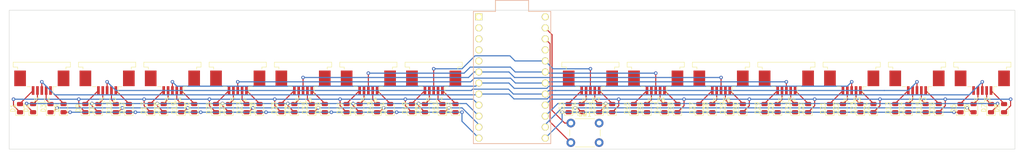
<source format=kicad_pcb>
(kicad_pcb (version 20221018) (generator pcbnew)
  (layers (0 "F.Cu" signal) (31 "B.Cu" signal) (34 "B.Paste" user) (35 "F.Paste" user) (36 "B.SilkS" user "B.Silkscreen") (37 "F.SilkS" user "F.Silkscreen") (38 "B.Mask" user) (39 "F.Mask" user) (44 "Edge.Cuts" user))
  (net 0 "")
  (net 1 "Net-(D1-A)")
  (net 2 "Net-(D2-A)")
  (net 3 "Net-(D3-A)")
  (net 4 "Net-(D4-A)")
  (net 5 "Net-(D5-A)")
  (net 6 "Net-(D6-A)")
  (net 7 "Net-(D7-A)")
  (net 8 "Net-(D8-A)")
  (net 9 "Net-(D9-A)")
  (net 10 "Net-(D10-A)")
  (net 11 "Net-(D11-A)")
  (net 12 "Net-(D12-A)")
  (net 13 "Net-(D13-A)")
  (net 14 "Net-(D14-A)")
  (net 15 "Net-(D15-A)")
  (net 16 "Net-(D16-A)")
  (net 17 "Net-(D17-A)")
  (net 18 "Net-(D18-A)")
  (net 19 "Net-(D19-A)")
  (net 20 "Net-(D20-A)")
  (net 21 "Net-(D21-A)")
  (net 22 "Net-(D22-A)")
  (net 23 "Net-(D23-A)")
  (net 24 "Net-(D24-A)")
  (net 25 "Net-(D25-A)")
  (net 26 "Net-(D26-A)")
  (net 27 "Net-(D27-A)")
  (net 28 "Net-(D28-A)")
  (net 29 "Net-(D29-A)")
  (net 30 "Net-(D30-A)")
  (net 31 "Net-(D31-A)")
  (net 32 "Net-(D32-A)")
  (net 33 "Net-(D33-A)")
  (net 34 "Net-(D34-A)")
  (net 35 "Net-(D35-A)")
  (net 36 "Net-(D36-A)")
  (net 37 "Net-(D37-A)")
  (net 38 "Net-(D38-A)")
  (net 39 "Net-(D39-A)")
  (net 40 "Net-(D40-A)")
  (net 41 "Net-(D41-A)")
  (net 42 "Net-(D42-A)")
  (net 43 "Net-(D43-A)")
  (net 44 "Net-(D44-A)")
  (net 45 "Net-(D45-A)")
  (net 46 "Net-(D46-A)")
  (net 47 "Net-(D47-A)")
  (net 48 "Net-(D48-A)")
  (net 49 "Net-(D49-A)")
  (net 50 "Net-(D50-A)")
  (net 51 "Net-(D51-A)")
  (net 52 "Net-(D52-A)")
  (net 53 "Net-(D53-A)")
  (net 54 "Net-(D54-A)")
  (net 55 "Net-(D55-A)")
  (net 56 "Net-(D56-A)")
  (net 57 "ROW_L1")
  (net 58 "COL_1")
  (net 59 "COL_2")
  (net 60 "COL_3")
  (net 61 "COL_4")
  (net 62 "COL_5")
  (net 63 "COL_6")
  (net 64 "COL_7")
  (net 79 "ROW_L2")
  (net 80 "ROW_L3")
  (net 81 "ROW_L4")
  (net 82 "ROW_R1")
  (net 83 "ROW_R2")
  (net 84 "ROW_R3")
  (net 85 "ROW_R4")
  (net 92 "Net-(SW1-Pad1)")
  (net 93 "Net-(U1-RST)")
  (footprint "Connector_FFC-FPC:TE_84952-5_1x05-1MP_P1.0mm_Horizontal" (layer "F.Cu") (at 47 42.2 180)
    (fp_text reference "JC_L1")
    (fp_text value "Conn_01x05_MountingPin")
  )
  (footprint "Diode_SMD:D_0805_2012Metric" (layer "F.Cu") (at 190 48.0625 90)
    (fp_text reference "D47")
    (fp_text value "1N4148W")
  )
  (footprint "Diode_SMD:D_0805_2012Metric" (layer "F.Cu") (at 49 48.0625 90)
    (fp_text reference "D3")
    (fp_text value "1N4148W")
  )
  (footprint "Diode_SMD:D_0805_2012Metric" (layer "F.Cu") (at 246 48.0625 90)
    (fp_text reference "D14")
    (fp_text value "1N4148W")
  )
  (footprint "Diode_SMD:D_0805_2012Metric" (layer "F.Cu") (at 112 48.0625 90)
    (fp_text reference "D36")
    (fp_text value "1N4148W")
  )
  (footprint "Diode_SMD:D_0805_2012Metric" (layer "F.Cu") (at 208 48.0625 90)
    (fp_text reference "D40")
    (fp_text value "1N4148W")
  )
  (footprint "Diode_SMD:D_0805_2012Metric" (layer "F.Cu") (at 216 48.0625 90)
    (fp_text reference "D30")
    (fp_text value "1N4148W")
  )
  (footprint "Diode_SMD:D_0805_2012Metric" (layer "F.Cu") (at 205 48.0625 90)
    (fp_text reference "D39")
    (fp_text value "1N4148W")
  )
  (footprint "Diode_SMD:D_0805_2012Metric" (layer "F.Cu") (at 127 48.0625 90)
    (fp_text reference "D44")
    (fp_text value "1N4148W")
  )
  (footprint "Connector_FFC-FPC:TE_84952-5_1x05-1MP_P1.0mm_Horizontal" (layer "F.Cu") (at 92 42.2 180)
    (fp_text reference "JC_L4")
    (fp_text value "Conn_01x05_MountingPin")
  )
  (footprint "Diode_SMD:D_0805_2012Metric" (layer "F.Cu") (at 268 48.0625 90)
    (fp_text reference "D8")
    (fp_text value "1N4148W")
  )
  (footprint "Diode_SMD:D_0805_2012Metric" (layer "F.Cu") (at 82 48.0625 90)
    (fp_text reference "D20")
    (fp_text value "1N4148W")
  )
  (footprint "Connector_FFC-FPC:TE_84952-5_1x05-1MP_P1.0mm_Horizontal" (layer "F.Cu") (at 107 42.2 180)
    (fp_text reference "JC_L5")
    (fp_text value "Conn_01x05_MountingPin")
  )
  (footprint "Diode_SMD:D_0805_2012Metric" (layer "F.Cu") (at 183 48.0625 90)
    (fp_text reference "D45")
    (fp_text value "1N4148W")
  )
  (footprint "Diode_SMD:D_0805_2012Metric" (layer "F.Cu") (at 258 48.0625 90)
    (fp_text reference "D5")
    (fp_text value "1N4148W")
  )
  (footprint "Diode_SMD:D_0805_2012Metric" (layer "F.Cu") (at 139 48.0625 90)
    (fp_text reference "D51")
    (fp_text value "1N4148W")
  )
  (footprint "Diode_SMD:D_0805_2012Metric" (layer "F.Cu") (at 171 48.0625 90)
    (fp_text reference "D54")
    (fp_text value "1N4148W")
  )
  (footprint "Diode_SMD:D_0805_2012Metric" (layer "F.Cu") (at 87 48.0625 90)
    (fp_text reference "D25")
    (fp_text value "1N4148W")
  )
  (footprint "Diode_SMD:D_0805_2012Metric" (layer "F.Cu") (at 60 48.0625 90)
    (fp_text reference "D10")
    (fp_text value "1N4148W")
  )
  (footprint "Diode_SMD:D_0805_2012Metric" (layer "F.Cu") (at 223 48.0625 90)
    (fp_text reference "D32")
    (fp_text value "1N4148W")
  )
  (footprint "promicro:ProMicro" (layer "F.Cu") (at 155 41 -90)
    (fp_text reference "U1" hide)
    (fp_text value "ProMicro")
  )
  (footprint "Diode_SMD:D_0805_2012Metric" (layer "F.Cu") (at 124 48.0625 90)
    (fp_text reference "D43")
    (fp_text value "1N4148W")
  )
  (footprint "Diode_SMD:D_0805_2012Metric" (layer "F.Cu") (at 90 48.0625 90)
    (fp_text reference "D26")
    (fp_text value "1N4148W")
  )
  (footprint "Diode_SMD:D_0805_2012Metric" (layer "F.Cu") (at 198 48.0625 90)
    (fp_text reference "D37")
    (fp_text value "1N4148W")
  )
  (footprint "Diode_SMD:D_0805_2012Metric" (layer "F.Cu") (at 231 48.0625 90)
    (fp_text reference "D22")
    (fp_text value "1N4148W")
  )
  (footprint "Connector_FFC-FPC:TE_84952-5_1x05-1MP_P1.0mm_Horizontal" (layer "F.Cu") (at 203 42.2 180)
    (fp_text reference "JC_R5")
    (fp_text value "Conn_01x05_MountingPin")
  )
  (footprint "Diode_SMD:D_0805_2012Metric" (layer "F.Cu") (at 201 48.0625 90)
    (fp_text reference "D38")
    (fp_text value "1N4148W")
  )
  (footprint "Diode_SMD:D_0805_2012Metric" (layer "F.Cu") (at 253 48.0625 90)
    (fp_text reference "D16")
    (fp_text value "1N4148W")
  )
  (footprint "Connector_FFC-FPC:TE_84952-5_1x05-1MP_P1.0mm_Horizontal" (layer "F.Cu") (at 248 42.2 180)
    (fp_text reference "JC_R2")
    (fp_text value "Conn_01x05_MountingPin")
  )
  (footprint "Diode_SMD:D_0805_2012Metric" (layer "F.Cu") (at 105 48.0625 90)
    (fp_text reference "D34")
    (fp_text value "1N4148W")
  )
  (footprint "Diode_SMD:D_0805_2012Metric" (layer "F.Cu") (at 168 48.0625 90)
    (fp_text reference "D53")
    (fp_text value "1N4148W")
  )
  (footprint "Connector_FFC-FPC:TE_84952-5_1x05-1MP_P1.0mm_Horizontal" (layer "F.Cu") (at 218 42.2 180)
    (fp_text reference "JC_R4")
    (fp_text value "Conn_01x05_MountingPin")
  )
  (footprint "Diode_SMD:D_0805_2012Metric" (layer "F.Cu") (at 52 48.0625 90)
    (fp_text reference "D4")
    (fp_text value "1N4148W")
  )
  (footprint "Diode_SMD:D_0805_2012Metric" (layer "F.Cu") (at 228 48.0625 90)
    (fp_text reference "D21")
    (fp_text value "1N4148W")
  )
  (footprint "Diode_SMD:D_0805_2012Metric" (layer "F.Cu") (at 175 48.0625 90)
    (fp_text reference "D55")
    (fp_text value "1N4148W")
  )
  (footprint "Diode_SMD:D_0805_2012Metric" (layer "F.Cu") (at 250 48.0625 90)
    (fp_text reference "D15")
    (fp_text value "1N4148W")
  )
  (footprint "Diode_SMD:D_0805_2012Metric" (layer "F.Cu") (at 79 48.0625 90)
    (fp_text reference "D19")
    (fp_text value "1N4148W")
  )
  (footprint "Diode_SMD:D_0805_2012Metric" (layer "F.Cu") (at 42 48.0625 90)
    (fp_text reference "D1")
    (fp_text value "1N4148W")
  )
  (footprint "Diode_SMD:D_0805_2012Metric" (layer "F.Cu") (at 265 48.0625 90)
    (fp_text reference "D7")
    (fp_text value "1N4148W")
  )
  (footprint "Diode_SMD:D_0805_2012Metric" (layer "F.Cu") (at 135 48.0625 90)
    (fp_text reference "D50")
    (fp_text value "1N4148W")
  )
  (footprint "Connector_FFC-FPC:TE_84952-5_1x05-1MP_P1.0mm_Horizontal" (layer "F.Cu") (at 233 42.2 180)
    (fp_text reference "JC_R3")
    (fp_text value "Conn_01x05_MountingPin")
  )
  (footprint "Diode_SMD:D_0805_2012Metric" (layer "F.Cu") (at 72 48.0625 90)
    (fp_text reference "D17")
    (fp_text value "1N4148W")
  )
  (footprint "Connector_FFC-FPC:TE_84952-5_1x05-1MP_P1.0mm_Horizontal" (layer "F.Cu") (at 137 42.2 180)
    (fp_text reference "JC_L7")
    (fp_text value "Conn_01x05_MountingPin")
  )
  (footprint "Diode_SMD:D_0805_2012Metric" (layer "F.Cu") (at 132 48.0625 90)
    (fp_text reference "D49")
    (fp_text value "1N4148W")
  )
  (footprint "Button_Switch_THT:SW_PUSH_6mm" (layer "F.Cu") (at 168.5 51.5)
    (fp_text reference "SW1")
    (fp_text value "SW_Push")
  )
  (footprint "Diode_SMD:D_0805_2012Metric" (layer "F.Cu") (at 213 48.0625 90)
    (fp_text reference "D29")
    (fp_text value "1N4148W")
  )
  (footprint "Diode_SMD:D_0805_2012Metric" (layer "F.Cu") (at 142 48.0625 90)
    (fp_text reference "D52")
    (fp_text value "1N4148W")
  )
  (footprint "Diode_SMD:D_0805_2012Metric" (layer "F.Cu") (at 120 48.0625 90)
    (fp_text reference "D42")
    (fp_text value "1N4148W")
  )
  (footprint "Diode_SMD:D_0805_2012Metric" (layer "F.Cu") (at 67 48.0625 90)
    (fp_text reference "D12")
    (fp_text value "1N4148W")
  )
  (footprint "Diode_SMD:D_0805_2012Metric" (layer "F.Cu") (at 97 48.0625 90)
    (fp_text reference "D28")
    (fp_text value "1N4148W")
  )
  (footprint "Connector_FFC-FPC:TE_84952-5_1x05-1MP_P1.0mm_Horizontal" (layer "F.Cu") (at 188 42.2 180)
    (fp_text reference "JC_R6")
    (fp_text value "Conn_01x05_MountingPin")
  )
  (footprint "Diode_SMD:D_0805_2012Metric" (layer "F.Cu") (at 235 48.0625 90)
    (fp_text reference "D23")
    (fp_text value "1N4148W")
  )
  (footprint "Diode_SMD:D_0805_2012Metric" (layer "F.Cu") (at 186 48.0625 90)
    (fp_text reference "D46")
    (fp_text value "1N4148W")
  )
  (footprint "Diode_SMD:D_0805_2012Metric" (layer "F.Cu") (at 261 48.0625 90)
    (fp_text reference "D6")
    (fp_text value "1N4148W")
  )
  (footprint "Diode_SMD:D_0805_2012Metric" (layer "F.Cu") (at 178 48.0625 90)
    (fp_text reference "D56")
    (fp_text value "1N4148W")
  )
  (footprint "Diode_SMD:D_0805_2012Metric" (layer "F.Cu") (at 238 48.0625 90)
    (fp_text reference "D24")
    (fp_text value "1N4148W")
  )
  (footprint "Connector_FFC-FPC:TE_84952-5_1x05-1MP_P1.0mm_Horizontal" (layer "F.Cu") (at 122 42.2 180)
    (fp_text reference "JC_L6")
    (fp_text value "Conn_01x05_MountingPin")
  )
  (footprint "Diode_SMD:D_0805_2012Metric" (layer "F.Cu") (at 45 48.0625 90)
    (fp_text reference "D2")
    (fp_text value "1N4148W")
  )
  (footprint "Diode_SMD:D_0805_2012Metric" (layer "F.Cu") (at 193 48.0625 90)
    (fp_text reference "D48")
    (fp_text value "1N4148W")
  )
  (footprint "Connector_FFC-FPC:TE_84952-5_1x05-1MP_P1.0mm_Horizontal" (layer "F.Cu") (at 62 42.2 180)
    (fp_text reference "JC_L2")
    (fp_text value "Conn_01x05_MountingPin")
  )
  (footprint "Connector_FFC-FPC:TE_84952-5_1x05-1MP_P1.0mm_Horizontal" (layer "F.Cu") (at 173 42.2 180)
    (fp_text reference "JC_R7")
    (fp_text value "Conn_01x05_MountingPin")
  )
  (footprint "Connector_FFC-FPC:TE_84952-5_1x05-1MP_P1.0mm_Horizontal" (layer "F.Cu") (at 263 42.2 180)
    (fp_text reference "JC_R1")
    (fp_text value "Conn_01x05_MountingPin")
  )
  (footprint "Connector_FFC-FPC:TE_84952-5_1x05-1MP_P1.0mm_Horizontal" (layer "F.Cu") (at 77 42.2 180)
    (fp_text reference "JC_L3")
    (fp_text value "Conn_01x05_MountingPin")
  )
  (footprint "Diode_SMD:D_0805_2012Metric" (layer "F.Cu") (at 243 48.0625 90)
    (fp_text reference "D13")
    (fp_text value "1N4148W")
  )
  (footprint "Diode_SMD:D_0805_2012Metric" (layer "F.Cu") (at 57 48.0625 90)
    (fp_text reference "D9")
    (fp_text value "1N4148W")
  )
  (footprint "Diode_SMD:D_0805_2012Metric" (layer "F.Cu") (at 64 48.0625 90)
    (fp_text reference "D11")
    (fp_text value "1N4148W")
  )
  (footprint "Diode_SMD:D_0805_2012Metric" (layer "F.Cu") (at 94 48.0625 90)
    (fp_text reference "D27")
    (fp_text value "1N4148W")
  )
  (footprint "Diode_SMD:D_0805_2012Metric" (layer "F.Cu") (at 75 48.0625 90)
    (fp_text reference "D18")
    (fp_text value "1N4148W")
  )
  (footprint "Diode_SMD:D_0805_2012Metric" (layer "F.Cu") (at 109 48.0625 90)
    (fp_text reference "D35")
    (fp_text value "1N4148W")
  )
  (footprint "Diode_SMD:D_0805_2012Metric" (layer "F.Cu") (at 117 48.0625 90)
    (fp_text reference "D41")
    (fp_text value "1N4148W")
  )
  (footprint "Diode_SMD:D_0805_2012Metric" (layer "F.Cu") (at 220 48.0625 90)
    (fp_text reference "D31")
    (fp_text value "1N4148W")
  )
  (footprint "Diode_SMD:D_0805_2012Metric" (layer "F.Cu") (at 102 48.0625 90)
    (fp_text reference "D33")
    (fp_text value "1N4148W")
  )
  (gr_rect (start 39.5 25.5) (end 270.5 57.5) (stroke (width 0.1)) (fill none) (layer "Edge.Cuts"))
  (segment (start 42 47) (end 42 47.125) (width 0.25) (layer "F.Cu") (net 1))
  (segment (start 45 44) (end 42 47) (width 0.25) (layer "F.Cu") (net 1))
  (segment (start 45 47.125) (end 46 46.125) (width 0.25) (layer "F.Cu") (net 2))
  (segment (start 46 46.125) (end 46 44) (width 0.25) (layer "F.Cu") (net 2))
  (segment (start 49 47.125) (end 48 46.125) (width 0.25) (layer "F.Cu") (net 3))
  (segment (start 48 46.125) (end 48 44) (width 0.25) (layer "F.Cu") (net 3))
  (segment (start 52 47) (end 52 47.125) (width 0.25) (layer "F.Cu") (net 4))
  (segment (start 49 44) (end 52 47) (width 0.25) (layer "F.Cu") (net 4))
  (segment (start 261 44) (end 258 47) (width 0.25) (layer "F.Cu") (net 5))
  (segment (start 258 47) (end 258 47.125) (width 0.25) (layer "F.Cu") (net 5))
  (segment (start 262 44) (end 262 46.125) (width 0.25) (layer "F.Cu") (net 6))
  (segment (start 262 46.125) (end 261 47.125) (width 0.25) (layer "F.Cu") (net 6))
  (segment (start 264 44) (end 264 46.125) (width 0.25) (layer "F.Cu") (net 7))
  (segment (start 264 46.125) (end 265 47.125) (width 0.25) (layer "F.Cu") (net 7))
  (segment (start 265 44) (end 268 47) (width 0.25) (layer "F.Cu") (net 8))
  (segment (start 268 47) (end 268 47.125) (width 0.25) (layer "F.Cu") (net 8))
  (segment (start 60 44) (end 57 47) (width 0.25) (layer "F.Cu") (net 9))
  (segment (start 57 47) (end 57 47.125) (width 0.25) (layer "F.Cu") (net 9))
  (segment (start 60 47.125) (end 61 46.125) (width 0.25) (layer "F.Cu") (net 10))
  (segment (start 61 46.125) (end 61 44) (width 0.25) (layer "F.Cu") (net 10))
  (segment (start 63 46.125) (end 63 44) (width 0.25) (layer "F.Cu") (net 11))
  (segment (start 64 47.125) (end 63 46.125) (width 0.25) (layer "F.Cu") (net 11))
  (segment (start 67 47) (end 67 47.125) (width 0.25) (layer "F.Cu") (net 12))
  (segment (start 64 44) (end 67 47) (width 0.25) (layer "F.Cu") (net 12))
  (segment (start 243 47) (end 243 47.125) (width 0.25) (layer "F.Cu") (net 13))
  (segment (start 246 44) (end 243 47) (width 0.25) (layer "F.Cu") (net 13))
  (segment (start 247 44) (end 247 46.125) (width 0.25) (layer "F.Cu") (net 14))
  (segment (start 247 46.125) (end 246 47.125) (width 0.25) (layer "F.Cu") (net 14))
  (segment (start 249 44) (end 249 46.125) (width 0.25) (layer "F.Cu") (net 15))
  (segment (start 249 46.125) (end 250 47.125) (width 0.25) (layer "F.Cu") (net 15))
  (segment (start 250 44) (end 253 47) (width 0.25) (layer "F.Cu") (net 16))
  (segment (start 253 47) (end 253 47.125) (width 0.25) (layer "F.Cu") (net 16))
  (segment (start 72 47) (end 72 47.125) (width 0.25) (layer "F.Cu") (net 17))
  (segment (start 75 44) (end 72 47) (width 0.25) (layer "F.Cu") (net 17))
  (segment (start 75 47.125) (end 75 47) (width 0.25) (layer "F.Cu") (net 18))
  (segment (start 76 46) (end 76 44) (width 0.25) (layer "F.Cu") (net 18))
  (segment (start 75 47) (end 76 46) (width 0.25) (layer "F.Cu") (net 18))
  (segment (start 78 46) (end 78 44) (width 0.25) (layer "F.Cu") (net 19))
  (segment (start 79 47.125) (end 79 47) (width 0.25) (layer "F.Cu") (net 19))
  (segment (start 79 47) (end 78 46) (width 0.25) (layer "F.Cu") (net 19))
  (segment (start 82 47) (end 82 47.125) (width 0.25) (layer "F.Cu") (net 20))
  (segment (start 79 44) (end 82 47) (width 0.25) (layer "F.Cu") (net 20))
  (segment (start 231 44) (end 228 47) (width 0.25) (layer "F.Cu") (net 21))
  (segment (start 228 47) (end 228 47.125) (width 0.25) (layer "F.Cu") (net 21))
  (segment (start 232 44) (end 232 46.125) (width 0.25) (layer "F.Cu") (net 22))
  (segment (start 232 46.125) (end 231 47.125) (width 0.25) (layer "F.Cu") (net 22))
  (segment (start 234 46.125) (end 235 47.125) (width 0.25) (layer "F.Cu") (net 23))
  (segment (start 234 44) (end 234 46.125) (width 0.25) (layer "F.Cu") (net 23))
  (segment (start 238 47) (end 238 47.125) (width 0.25) (layer "F.Cu") (net 24))
  (segment (start 235 44) (end 238 47) (width 0.25) (layer "F.Cu") (net 24))
  (segment (start 87 47) (end 87 47.125) (width 0.25) (layer "F.Cu") (net 25))
  (segment (start 90 44) (end 87 47) (width 0.25) (layer "F.Cu") (net 25))
  (segment (start 91 46.125) (end 90 47.125) (width 0.25) (layer "F.Cu") (net 26))
  (segment (start 91 44) (end 91 46.125) (width 0.25) (layer "F.Cu") (net 26))
  (segment (start 93 46.125) (end 94 47.125) (width 0.25) (layer "F.Cu") (net 27))
  (segment (start 93 44) (end 93 46.125) (width 0.25) (layer "F.Cu") (net 27))
  (segment (start 97 47) (end 97 47.125) (width 0.25) (layer "F.Cu") (net 28))
  (segment (start 94 44) (end 97 47) (width 0.25) (layer "F.Cu") (net 28))
  (segment (start 216 44) (end 213 47) (width 0.25) (layer "F.Cu") (net 29))
  (segment (start 213 47) (end 213 47.125) (width 0.25) (layer "F.Cu") (net 29))
  (segment (start 217 46.125) (end 216 47.125) (width 0.25) (layer "F.Cu") (net 30))
  (segment (start 217 44) (end 217 46.125) (width 0.25) (layer "F.Cu") (net 30))
  (segment (start 219 46.125) (end 220 47.125) (width 0.25) (layer "F.Cu") (net 31))
  (segment (start 219 44) (end 219 46.125) (width 0.25) (layer "F.Cu") (net 31))
  (segment (start 220 44) (end 223 47) (width 0.25) (layer "F.Cu") (net 32))
  (segment (start 223 47) (end 223 47.125) (width 0.25) (layer "F.Cu") (net 32))
  (segment (start 102 47) (end 102 47.125) (width 0.25) (layer "F.Cu") (net 33))
  (segment (start 105 44) (end 102 47) (width 0.25) (layer "F.Cu") (net 33))
  (segment (start 106 46.125) (end 105 47.125) (width 0.25) (layer "F.Cu") (net 34))
  (segment (start 106 44) (end 106 46.125) (width 0.25) (layer "F.Cu") (net 34))
  (segment (start 108 46.125) (end 109 47.125) (width 0.25) (layer "F.Cu") (net 35))
  (segment (start 108 44) (end 108 46.125) (width 0.25) (layer "F.Cu") (net 35))
  (segment (start 112 47) (end 112 47.125) (width 0.25) (layer "F.Cu") (net 36))
  (segment (start 109 44) (end 112 47) (width 0.25) (layer "F.Cu") (net 36))
  (segment (start 198 47) (end 198 47.125) (width 0.25) (layer "F.Cu") (net 37))
  (segment (start 201 44) (end 198 47) (width 0.25) (layer "F.Cu") (net 37))
  (segment (start 202 46.125) (end 201 47.125) (width 0.25) (layer "F.Cu") (net 38))
  (segment (start 202 44) (end 202 46.125) (width 0.25) (layer "F.Cu") (net 38))
  (segment (start 204 44) (end 204 46.125) (width 0.25) (layer "F.Cu") (net 39))
  (segment (start 204 46.125) (end 205 47.125) (width 0.25) (layer "F.Cu") (net 39))
  (segment (start 208 47) (end 208 47.125) (width 0.25) (layer "F.Cu") (net 40))
  (segment (start 205 44) (end 208 47) (width 0.25) (layer "F.Cu") (net 40))
  (segment (start 116.9 47.1) (end 116.9 47.125) (width 0.25) (layer "F.Cu") (net 41))
  (segment (start 117 47) (end 117 47.125) (width 0.25) (layer "F.Cu") (net 41))
  (segment (start 120 44) (end 117 47) (width 0.25) (layer "F.Cu") (net 41))
  (segment (start 121 46.125) (end 120 47.125) (width 0.25) (layer "F.Cu") (net 42))
  (segment (start 121 44) (end 121 46.125) (width 0.25) (layer "F.Cu") (net 42))
  (segment (start 123 46.125) (end 124 47.125) (width 0.25) (layer "F.Cu") (net 43))
  (segment (start 123 44) (end 123 46.125) (width 0.25) (layer "F.Cu") (net 43))
  (segment (start 127 47) (end 127 47.125) (width 0.25) (layer "F.Cu") (net 44))
  (segment (start 124 44) (end 127 47) (width 0.25) (layer "F.Cu") (net 44))
  (segment (start 186 44) (end 183 47) (width 0.25) (layer "F.Cu") (net 45))
  (segment (start 183 47) (end 183 47.125) (width 0.25) (layer "F.Cu") (net 45))
  (segment (start 187 46.125) (end 186 47.125) (width 0.25) (layer "F.Cu") (net 46))
  (segment (start 187 44) (end 187 46.125) (width 0.25) (layer "F.Cu") (net 46))
  (segment (start 189 44) (end 189 46.125) (width 0.25) (layer "F.Cu") (net 47))
  (segment (start 189 46.125) (end 190 47.125) (width 0.25) (layer "F.Cu") (net 47))
  (segment (start 190 44) (end 193 47) (width 0.25) (layer "F.Cu") (net 48))
  (segment (start 193 47) (end 193 47.125) (width 0.25) (layer "F.Cu") (net 48))
  (segment (start 135 44) (end 132 47) (width 0.25) (layer "F.Cu") (net 49))
  (segment (start 132 47) (end 132 47.125) (width 0.25) (layer "F.Cu") (net 49))
  (segment (start 136 44) (end 136 46.125) (width 0.25) (layer "F.Cu") (net 50))
  (segment (start 136 46.125) (end 135 47.125) (width 0.25) (layer "F.Cu") (net 50))
  (segment (start 138 46.125) (end 139 47.125) (width 0.25) (layer "F.Cu") (net 51))
  (segment (start 138 44) (end 138 46.125) (width 0.25) (layer "F.Cu") (net 51))
  (segment (start 139 44) (end 142 47) (width 0.25) (layer "F.Cu") (net 52))
  (segment (start 142 47) (end 142 47.125) (width 0.25) (layer "F.Cu") (net 52))
  (segment (start 171 44) (end 168 47) (width 0.25) (layer "F.Cu") (net 53))
  (segment (start 168 47) (end 168 47.125) (width 0.25) (layer "F.Cu") (net 53))
  (segment (start 172 44) (end 172 46.125) (width 0.25) (layer "F.Cu") (net 54))
  (segment (start 172 46.125) (end 171 47.125) (width 0.25) (layer "F.Cu") (net 54))
  (segment (start 174 46.125) (end 175 47.125) (width 0.25) (layer "F.Cu") (net 55))
  (segment (start 174 44) (end 174 46.125) (width 0.25) (layer "F.Cu") (net 55))
  (segment (start 175 44) (end 178 47) (width 0.25) (layer "F.Cu") (net 56))
  (segment (start 178 47) (end 178 47.125) (width 0.25) (layer "F.Cu") (net 56))
  (segment (start 87 49) (end 85.5 47.5) (width 0.25) (layer "F.Cu") (net 57))
  (segment (start 85.5 47.5) (end 85.5 46) (width 0.25) (layer "F.Cu") (net 57))
  (segment (start 72 49) (end 70.5 47.5) (width 0.25) (layer "F.Cu") (net 57))
  (segment (start 132 49) (end 130.5 47.5) (width 0.25) (layer "F.Cu") (net 57))
  (segment (start 117 49) (end 115.5 47.5) (width 0.25) (layer "F.Cu") (net 57))
  (segment (start 55.5 47.5) (end 55.5 46) (width 0.25) (layer "F.Cu") (net 57))
  (segment (start 42 49) (end 40.5 47.5) (width 0.25) (layer "F.Cu") (net 57))
  (segment (start 130.5 47.5) (end 130.5 46) (width 0.25) (layer "F.Cu") (net 57))
  (segment (start 70.5 47.5) (end 70.5 46) (width 0.25) (layer "F.Cu") (net 57))
  (segment (start 102 49) (end 100.5 47.5) (width 0.25) (layer "F.Cu") (net 57))
  (segment (start 115.5 47.5) (end 115.5 46) (width 0.25) (layer "F.Cu") (net 57))
  (segment (start 40.5 47.5) (end 40.5 46) (width 0.25) (layer "F.Cu") (net 57))
  (segment (start 57 49) (end 55.5 47.5) (width 0.25) (layer "F.Cu") (net 57))
  (segment (start 100.5 47.5) (end 100.5 46) (width 0.25) (layer "F.Cu") (net 57))
  (via (at 115.5 46) (size 0.8) (drill 0.4) (layers "F.Cu" "B.Cu") (net 57))
  (via (at 40.5 46) (size 0.8) (drill 0.4) (layers "F.Cu" "B.Cu") (net 57))
  (via (at 85.5 46) (size 0.8) (drill 0.4) (layers "F.Cu" "B.Cu") (net 57))
  (via (at 130.5 46) (size 0.8) (drill 0.4) (layers "F.Cu" "B.Cu") (net 57))
  (via (at 100.5 46) (size 0.8) (drill 0.4) (layers "F.Cu" "B.Cu") (net 57))
  (via (at 70.5 46) (size 0.8) (drill 0.4) (layers "F.Cu" "B.Cu") (net 57))
  (via (at 55.5 46) (size 0.8) (drill 0.4) (layers "F.Cu" "B.Cu") (net 57))
  (segment (start 70.5 46) (end 85.5 46) (width 0.25) (layer "B.Cu") (net 57))
  (segment (start 100.5 46) (end 115.5 46) (width 0.25) (layer "B.Cu") (net 57))
  (segment (start 115.5 46) (end 130.5 46) (width 0.25) (layer "B.Cu") (net 57))
  (segment (start 40.5 46) (end 55.5 46) (width 0.25) (layer "B.Cu") (net 57))
  (segment (start 55.5 46) (end 70.5 46) (width 0.25) (layer "B.Cu") (net 57))
  (segment (start 85.5 46) (end 100.5 46) (width 0.25) (layer "B.Cu") (net 57))
  (segment (start 146.03 46) (end 147.38 47.35) (width 0.25) (layer "B.Cu") (net 57))
  (segment (start 130.5 46) (end 146.03 46) (width 0.25) (layer "B.Cu") (net 57))
  (segment (start 263 44) (end 263 42) (width 0.25) (layer "F.Cu") (net 58))
  (segment (start 47 44) (end 47 42) (width 0.25) (layer "F.Cu") (net 58))
  (via (at 263 42) (size 0.8) (drill 0.4) (layers "F.Cu" "B.Cu") (net 58))
  (via (at 47 42) (size 0.8) (drill 0.4) (layers "F.Cu" "B.Cu") (net 58))
  (segment (start 263 42) (end 260 45) (width 0.25) (layer "B.Cu") (net 58))
  (segment (start 47 42) (end 50 45) (width 0.25) (layer "B.Cu") (net 58))
  (segment (start 260 45) (end 164.020991 45) (width 0.25) (layer "B.Cu") (net 58))
  (segment (start 164.020991 45) (end 163.085991 45.935) (width 0.25) (layer "B.Cu") (net 58))
  (segment (start 50 45) (end 147.19 45) (width 0.25) (layer "B.Cu") (net 58))
  (segment (start 154.31 44.81) (end 147.38 44.81) (width 0.25) (layer "B.Cu") (net 58))
  (segment (start 155.435 45.935) (end 154.31 44.81) (width 0.25) (layer "B.Cu") (net 58))
  (segment (start 163.085991 45.935) (end 155.435 45.935) (width 0.25) (layer "B.Cu") (net 58))
  (segment (start 248 44) (end 248 42) (width 0.25) (layer "F.Cu") (net 59))
  (segment (start 62 44) (end 62 42) (width 0.25) (layer "F.Cu") (net 59))
  (via (at 248 42) (size 0.8) (drill 0.4) (layers "F.Cu" "B.Cu") (net 59))
  (via (at 62 42) (size 0.8) (drill 0.4) (layers "F.Cu" "B.Cu") (net 59))
  (segment (start 165 44) (end 163.43 44) (width 0.25) (layer "B.Cu") (net 59))
  (segment (start 145.65 44) (end 145.965 43.685) (width 0.25) (layer "B.Cu") (net 59))
  (segment (start 163.43 44) (end 162.62 44.81) (width 0.25) (layer "B.Cu") (net 59))
  (segment (start 246 44) (end 240.5 44) (width 0.25) (layer "B.Cu") (net 59))
  (segment (start 62 42) (end 64 44) (width 0.25) (layer "B.Cu") (net 59))
  (segment (start 145.965 43.685) (end 154.185 43.685) (width 0.25) (layer "B.Cu") (net 59))
  (segment (start 240.5 44) (end 165 44) (width 0.25) (layer "B.Cu") (net 59))
  (segment (start 154.185 43.685) (end 155.31 44.81) (width 0.25) (layer "B.Cu") (net 59))
  (segment (start 248 42) (end 246 44) (width 0.25) (layer "B.Cu") (net 59))
  (segment (start 155.31 44.81) (end 162.62 44.81) (width 0.25) (layer "B.Cu") (net 59))
  (segment (start 64 44) (end 145.65 44) (width 0.25) (layer "B.Cu") (net 59))
  (segment (start 77 44) (end 77 42) (width 0.25) (layer "F.Cu") (net 60))
  (segment (start 233 44) (end 233 42) (width 0.25) (layer "F.Cu") (net 60))
  (via (at 77 42) (size 0.8) (drill 0.4) (layers "F.Cu" "B.Cu") (net 60))
  (via (at 233 42) (size 0.8) (drill 0.4) (layers "F.Cu" "B.Cu") (net 60))
  (segment (start 233 42) (end 232 43) (width 0.25) (layer "B.Cu") (net 60))
  (segment (start 146.65 43) (end 147.38 42.27) (width 0.25) (layer "B.Cu") (net 60))
  (segment (start 162.980991 43.5) (end 155.5 43.5) (width 0.25) (layer "B.Cu") (net 60))
  (segment (start 77 42) (end 78 43) (width 0.25) (layer "B.Cu") (net 60))
  (segment (start 154.27 42.27) (end 147.38 42.27) (width 0.25) (layer "B.Cu") (net 60))
  (segment (start 232 43) (end 163.480991 43) (width 0.25) (layer "B.Cu") (net 60))
  (segment (start 163.480991 43) (end 162.980991 43.5) (width 0.25) (layer "B.Cu") (net 60))
  (segment (start 155.5 43.5) (end 154.27 42.27) (width 0.25) (layer "B.Cu") (net 60))
  (segment (start 78 43) (end 146.65 43) (width 0.25) (layer "B.Cu") (net 60))
  (segment (start 218 44) (end 218 42) (width 0.25) (layer "F.Cu") (net 61))
  (segment (start 92 44) (end 92 42) (width 0.25) (layer "F.Cu") (net 61))
  (via (at 92 42) (size 0.8) (drill 0.4) (layers "F.Cu" "B.Cu") (net 61))
  (via (at 218 42) (size 0.8) (drill 0.4) (layers "F.Cu" "B.Cu") (net 61))
  (segment (start 146.355 41.145) (end 154.645 41.145) (width 0.25) (layer "B.Cu") (net 61))
  (segment (start 92 42) (end 145.5 42) (width 0.25) (layer "B.Cu") (net 61))
  (segment (start 154.645 41.145) (end 155.77 42.27) (width 0.25) (layer "B.Cu") (net 61))
  (segment (start 145.5 42) (end 146.355 41.145) (width 0.25) (layer "B.Cu") (net 61))
  (segment (start 218 42) (end 162.89 42) (width 0.25) (layer "B.Cu") (net 61))
  (segment (start 162.89 42) (end 162.62 42.27) (width 0.25) (layer "B.Cu") (net 61))
  (segment (start 155.77 42.27) (end 162.62 42.27) (width 0.25) (layer "B.Cu") (net 61))
  (segment (start 107 44) (end 107 41) (width 0.25) (layer "F.Cu") (net 62))
  (segment (start 203 44) (end 203 41) (width 0.25) (layer "F.Cu") (net 62))
  (via (at 203 41) (size 0.8) (drill 0.4) (layers "F.Cu" "B.Cu") (net 62))
  (via (at 107 41) (size 0.8) (drill 0.4) (layers "F.Cu" "B.Cu") (net 62))
  (segment (start 145 41) (end 146.27 39.73) (width 0.25) (layer "B.Cu") (net 62))
  (segment (start 107 41) (end 145 41) (width 0.25) (layer "B.Cu") (net 62))
  (segment (start 154.298198 39.73) (end 147.38 39.73) (width 0.25) (layer "B.Cu") (net 62))
  (segment (start 155.568198 41) (end 154.298198 39.73) (width 0.25) (layer "B.Cu") (net 62))
  (segment (start 203 41) (end 155.568198 41) (width 0.25) (layer "B.Cu") (net 62))
  (segment (start 146.27 39.73) (end 147.38 39.73) (width 0.25) (layer "B.Cu") (net 62))
  (segment (start 188 44) (end 188 40) (width 0.25) (layer "F.Cu") (net 63))
  (segment (start 122 44) (end 122 40) (width 0.25) (layer "F.Cu") (net 63))
  (via (at 188 40) (size 0.8) (drill 0.4) (layers "F.Cu" "B.Cu") (net 63))
  (via (at 122 40) (size 0.8) (drill 0.4) (layers "F.Cu" "B.Cu") (net 63))
  (segment (start 162.89 40) (end 162.62 39.73) (width 0.25) (layer "B.Cu") (net 63))
  (segment (start 155.73 39.73) (end 162.62 39.73) (width 0.25) (layer "B.Cu") (net 63))
  (segment (start 122 40) (end 144 40) (width 0.25) (layer "B.Cu") (net 63))
  (segment (start 154.605 38.605) (end 155.73 39.73) (width 0.25) (layer "B.Cu") (net 63))
  (segment (start 145.395 38.605) (end 154.605 38.605) (width 0.25) (layer "B.Cu") (net 63))
  (segment (start 188 40) (end 162.89 40) (width 0.25) (layer "B.Cu") (net 63))
  (segment (start 144 40) (end 145.395 38.605) (width 0.25) (layer "B.Cu") (net 63))
  (segment (start 173 44) (end 173 39) (width 0.25) (layer "F.Cu") (net 64))
  (segment (start 137 44) (end 137 39) (width 0.25) (layer "F.Cu") (net 64))
  (via (at 137 39) (size 0.8) (drill 0.4) (layers "F.Cu" "B.Cu") (net 64))
  (via (at 173 39) (size 0.8) (drill 0.4) (layers "F.Cu" "B.Cu") (net 64))
  (segment (start 164.43 39) (end 162.62 37.19) (width 0.25) (layer "B.Cu") (net 64))
  (segment (start 154.5 36) (end 155.69 37.19) (width 0.25) (layer "B.Cu") (net 64))
  (segment (start 173 39) (end 164.43 39) (width 0.25) (layer "B.Cu") (net 64))
  (segment (start 137 39) (end 143.5 39) (width 0.25) (layer "B.Cu") (net 64))
  (segment (start 146.5 36) (end 154.5 36) (width 0.25) (layer "B.Cu") (net 64))
  (segment (start 155.69 37.19) (end 162.62 37.19) (width 0.25) (layer "B.Cu") (net 64))
  (segment (start 143.5 39) (end 146.5 36) (width 0.25) (layer "B.Cu") (net 64))
  (segment (start 120 49) (end 118.5 47.5) (width 0.25) (layer "F.Cu") (net 79))
  (segment (start 43.5 47.5) (end 43.5 47) (width 0.25) (layer "F.Cu") (net 79))
  (segment (start 118.5 47.5) (end 118.5 47) (width 0.25) (layer "F.Cu") (net 79))
  (segment (start 88.5 47.5) (end 88.5 47) (width 0.25) (layer "F.Cu") (net 79))
  (segment (start 133.5 47.5) (end 133.5 47) (width 0.25) (layer "F.Cu") (net 79))
  (segment (start 75 49) (end 73.5 47.5) (width 0.25) (layer "F.Cu") (net 79))
  (segment (start 90 49) (end 88.5 47.5) (width 0.25) (layer "F.Cu") (net 79))
  (segment (start 105 49) (end 103.5 47.5) (width 0.25) (layer "F.Cu") (net 79))
  (segment (start 73.5 47.5) (end 73.5 47) (width 0.25) (layer "F.Cu") (net 79))
  (segment (start 135 49) (end 133.5 47.5) (width 0.25) (layer "F.Cu") (net 79))
  (segment (start 45 49) (end 43.5 47.5) (width 0.25) (layer "F.Cu") (net 79))
  (segment (start 103.5 47.5) (end 103.5 47) (width 0.25) (layer "F.Cu") (net 79))
  (segment (start 58.5 47.5) (end 58.5 47) (width 0.25) (layer "F.Cu") (net 79))
  (segment (start 60 49) (end 58.5 47.5) (width 0.25) (layer "F.Cu") (net 79))
  (via (at 103.5 47) (size 0.8) (drill 0.4) (layers "F.Cu" "B.Cu") (net 79))
  (via (at 43.5 47) (size 0.8) (drill 0.4) (layers "F.Cu" "B.Cu") (net 79))
  (via (at 133.5 47) (size 0.8) (drill 0.4) (layers "F.Cu" "B.Cu") (net 79))
  (via (at 58.5 47) (size 0.8) (drill 0.4) (layers "F.Cu" "B.Cu") (net 79))
  (via (at 73.5 47) (size 0.8) (drill 0.4) (layers "F.Cu" "B.Cu") (net 79))
  (via (at 88.5 47) (size 0.8) (drill 0.4) (layers "F.Cu" "B.Cu") (net 79))
  (via (at 118.5 47) (size 0.8) (drill 0.4) (layers "F.Cu" "B.Cu") (net 79))
  (segment (start 103.5 47) (end 118.5 47) (width 0.25) (layer "B.Cu") (net 79))
  (segment (start 118.5 47) (end 133.5 47) (width 0.25) (layer "B.Cu") (net 79))
  (segment (start 144.49 47) (end 147.38 49.89) (width 0.25) (layer "B.Cu") (net 79))
  (segment (start 88.5 47) (end 103.5 47) (width 0.25) (layer "B.Cu") (net 79))
  (segment (start 58.5 47) (end 73.5 47) (width 0.25) (layer "B.Cu") (net 79))
  (segment (start 73.5 47) (end 88.5 47) (width 0.25) (layer "B.Cu") (net 79))
  (segment (start 133.5 47) (end 144.49 47) (width 0.25) (layer "B.Cu") (net 79))
  (segment (start 43.5 47) (end 58.5 47) (width 0.25) (layer "B.Cu") (net 79))
  (segment (start 139.5 49) (end 140.5 48) (width 0.25) (layer "F.Cu") (net 80))
  (segment (start 109.5 49) (end 110.5 48) (width 0.25) (layer "F.Cu") (net 80))
  (segment (start 64.5 49) (end 65.5 48) (width 0.25) (layer "F.Cu") (net 80))
  (segment (start 64 49) (end 64.5 49) (width 0.25) (layer "F.Cu") (net 80))
  (segment (start 49.5 49) (end 50.5 48) (width 0.25) (layer "F.Cu") (net 80))
  (segment (start 94 49) (end 94.5 49) (width 0.25) (layer "F.Cu") (net 80))
  (segment (start 94.5 49) (end 95.5 48) (width 0.25) (layer "F.Cu") (net 80))
  (segment (start 139 49) (end 139.5 49) (width 0.25) (layer "F.Cu") (net 80))
  (segment (start 79.5 49) (end 80.5 48) (width 0.25) (layer "F.Cu") (net 80))
  (segment (start 147.38 51.854695) (end 147.38 52.43) (width 0.25) (layer "F.Cu") (net 80))
  (segment (start 49 49) (end 49.5 49) (width 0.25) (layer "F.Cu") (net 80))
  (segment (start 124 49) (end 124.5 49) (width 0.25) (layer "F.Cu") (net 80))
  (segment (start 124.5 49) (end 125.5 48) (width 0.25) (layer "F.Cu") (net 80))
  (segment (start 79 49) (end 79.5 49) (width 0.25) (layer "F.Cu") (net 80))
  (segment (start 109 49) (end 109.5 49) (width 0.25) (layer "F.Cu") (net 80))
  (via (at 50.5 48) (size 0.8) (drill 0.4) (layers "F.Cu" "B.Cu") (net 80))
  (via (at 125.5 48) (size 0.8) (drill 0.4) (layers "F.Cu" "B.Cu") (net 80))
  (via (at 95.5 48) (size 0.8) (drill 0.4) (layers "F.Cu" "B.Cu") (net 80))
  (via (at 65.5 48) (size 0.8) (drill 0.4) (layers "F.Cu" "B.Cu") (net 80))
  (via (at 80.5 48) (size 0.8) (drill 0.4) (layers "F.Cu" "B.Cu") (net 80))
  (via (at 110.5 48) (size 0.8) (drill 0.4) (layers "F.Cu" "B.Cu") (net 80))
  (via (at 140.5 48) (size 0.8) (drill 0.4) (layers "F.Cu" "B.Cu") (net 80))
  (segment (start 143.525305 48) (end 147.38 51.854695) (width 0.25) (layer "B.Cu") (net 80))
  (segment (start 65.5 48) (end 80.5 48) (width 0.25) (layer "B.Cu") (net 80))
  (segment (start 140.5 48) (end 143.525305 48) (width 0.25) (layer "B.Cu") (net 80))
  (segment (start 125.5 48) (end 140.5 48) (width 0.25) (layer "B.Cu") (net 80))
  (segment (start 50.5 48) (end 65.5 48) (width 0.25) (layer "B.Cu") (net 80))
  (segment (start 80.5 48) (end 95.5 48) (width 0.25) (layer "B.Cu") (net 80))
  (segment (start 147.38 51.854695) (end 147.38 52.43) (width 0.25) (layer "B.Cu") (net 80))
  (segment (start 95.5 48) (end 110.5 48) (width 0.25) (layer "B.Cu") (net 80))
  (segment (start 110.5 48) (end 125.5 48) (width 0.25) (layer "B.Cu") (net 80))
  (segment (start 97 49) (end 98.5 49) (width 0.25) (layer "F.Cu") (net 81))
  (segment (start 112 49) (end 113.5 49) (width 0.25) (layer "F.Cu") (net 81))
  (segment (start 52 49) (end 53.5 49) (width 0.25) (layer "F.Cu") (net 81))
  (segment (start 67 49) (end 68.5 49) (width 0.25) (layer "F.Cu") (net 81))
  (segment (start 127 49) (end 128.5 49) (width 0.25) (layer "F.Cu") (net 81))
  (segment (start 82 49) (end 83.5 49) (width 0.25) (layer "F.Cu") (net 81))
  (segment (start 142 49) (end 143.5 49) (width 0.25) (layer "F.Cu") (net 81))
  (via (at 128.5 49) (size 0.8) (drill 0.4) (layers "F.Cu" "B.Cu") (net 81))
  (via (at 113.5 49) (size 0.8) (drill 0.4) (layers "F.Cu" "B.Cu") (net 81))
  (via (at 98.5 49) (size 0.8) (drill 0.4) (layers "F.Cu" "B.Cu") (net 81))
  (via (at 83.5 49) (size 0.8) (drill 0.4) (layers "F.Cu" "B.Cu") (net 81))
  (via (at 143.5 49) (size 0.8) (drill 0.4) (layers "F.Cu" "B.Cu") (net 81))
  (via (at 68.5 49) (size 0.8) (drill 0.4) (layers "F.Cu" "B.Cu") (net 81))
  (via (at 53.5 49) (size 0.8) (drill 0.4) (layers "F.Cu" "B.Cu") (net 81))
  (segment (start 68.5 49) (end 83.5 49) (width 0.25) (layer "B.Cu") (net 81))
  (segment (start 128.5 49) (end 143.5 49) (width 0.25) (layer "B.Cu") (net 81))
  (segment (start 143.5 51.09) (end 147.38 54.97) (width 0.25) (layer "B.Cu") (net 81))
  (segment (start 83.5 49) (end 98.5 49) (width 0.25) (layer "B.Cu") (net 81))
  (segment (start 98.5 49) (end 113.5 49) (width 0.25) (layer "B.Cu") (net 81))
  (segment (start 143.5 49) (end 143.5 51.09) (width 0.25) (layer "B.Cu") (net 81))
  (segment (start 113.5 49) (end 128.5 49) (width 0.25) (layer "B.Cu") (net 81))
  (segment (start 53.5 49) (end 68.5 49) (width 0.25) (layer "B.Cu") (net 81))
  (segment (start 258 49) (end 256.5 49) (width 0.25) (layer "F.Cu") (net 82))
  (segment (start 168 49) (end 166.5 49) (width 0.25) (layer "F.Cu") (net 82))
  (via (at 256.5 49) (size 0.8) (drill 0.4) (layers "F.Cu" "B.Cu") (net 82))
  (via (at 166.5 49) (size 0.8) (drill 0.4) (layers "F.Cu" "B.Cu") (net 82))
  (segment (start 256.5 49) (end 166.5 49) (width 0.25) (layer "B.Cu") (net 82))
  (segment (start 166.5 51.09) (end 162.62 54.97) (width 0.25) (layer "B.Cu") (net 82))
  (segment (start 166.5 49) (end 166.5 51.09) (width 0.25) (layer "B.Cu") (net 82))
  (segment (start 170 48) (end 171 49) (width 0.25) (layer "F.Cu") (net 83))
  (segment (start 169.5 48) (end 170 48) (width 0.25) (layer "F.Cu") (net 83))
  (segment (start 260.5 49) (end 259.5 48) (width 0.25) (layer "F.Cu") (net 83))
  (segment (start 261 49) (end 260.5 49) (width 0.25) (layer "F.Cu") (net 83))
  (via (at 259.5 48) (size 0.8) (drill 0.4) (layers "F.Cu" "B.Cu") (net 83))
  (via (at 169.5 48) (size 0.8) (drill 0.4) (layers "F.Cu" "B.Cu") (net 83))
  (segment (start 259.5 48) (end 169.5 48) (width 0.25) (layer "B.Cu") (net 83))
  (segment (start 162.62 51.854695) (end 162.62 52.43) (width 0.25) (layer "B.Cu") (net 83))
  (segment (start 166.474695 48) (end 162.62 51.854695) (width 0.25) (layer "B.Cu") (net 83))
  (segment (start 169.5 48) (end 166.474695 48) (width 0.25) (layer "B.Cu") (net 83))
  (segment (start 176.5 47.5) (end 175 49) (width 0.25) (layer "F.Cu") (net 84))
  (segment (start 176.5 47) (end 176.5 47.5) (width 0.25) (layer "F.Cu") (net 84))
  (segment (start 266.5 47.5) (end 266.5 47) (width 0.25) (layer "F.Cu") (net 84))
  (segment (start 265 49) (end 266.5 47.5) (width 0.25) (layer "F.Cu") (net 84))
  (via (at 266.5 47) (size 0.8) (drill 0.4) (layers "F.Cu" "B.Cu") (net 84))
  (via (at 176.5 47) (size 0.8) (drill 0.4) (layers "F.Cu" "B.Cu") (net 84))
  (segment (start 266.5 47) (end 176.5 47) (width 0.25) (layer "B.Cu") (net 84))
  (segment (start 176.5 47) (end 165.51 47) (width 0.25) (layer "B.Cu") (net 84))
  (segment (start 165.51 47) (end 162.62 49.89) (width 0.25) (layer "B.Cu") (net 84))
  (segment (start 208 49) (end 209.5 47.5) (width 0.25) (layer "F.Cu") (net 85))
  (segment (start 238 49) (end 239.5 47.5) (width 0.25) (layer "F.Cu") (net 85))
  (segment (start 179.5 46) (end 179.5 47.5) (width 0.25) (layer "F.Cu") (net 85))
  (segment (start 253 49) (end 254.5 47.5) (width 0.25) (layer "F.Cu") (net 85))
  (segment (start 254.5 47.5) (end 254.5 46) (width 0.25) (layer "F.Cu") (net 85))
  (segment (start 224.5 47.5) (end 224.5 46) (width 0.25) (layer "F.Cu") (net 85))
  (segment (start 223 49) (end 224.5 47.5) (width 0.25) (layer "F.Cu") (net 85))
  (segment (start 209.5 47.5) (end 209.5 46) (width 0.25) (layer "F.Cu") (net 85))
  (segment (start 193 49) (end 194.5 47.5) (width 0.25) (layer "F.Cu") (net 85))
  (segment (start 239.5 47.5) (end 239.5 46) (width 0.25) (layer "F.Cu") (net 85))
  (segment (start 194.5 47.5) (end 194.5 46) (width 0.25) (layer "F.Cu") (net 85))
  (segment (start 268 49) (end 269.5 47.5) (width 0.25) (layer "F.Cu") (net 85))
  (segment (start 269.5 47.5) (end 269.5 46) (width 0.25) (layer "F.Cu") (net 85))
  (segment (start 179.5 47.5) (end 178 49) (width 0.25) (layer "F.Cu") (net 85))
  (via (at 209.5 46) (size 0.8) (drill 0.4) (layers "F.Cu" "B.Cu") (net 85))
  (via (at 254.5 46) (size 0.8) (drill 0.4) (layers "F.Cu" "B.Cu") (net 85))
  (via (at 179.5 46) (size 0.8) (drill 0.4) (layers "F.Cu" "B.Cu") (net 85))
  (via (at 269.5 46) (size 0.8) (drill 0.4) (layers "F.Cu" "B.Cu") (net 85))
  (via (at 194.5 46) (size 0.8) (drill 0.4) (layers "F.Cu" "B.Cu") (net 85))
  (via (at 224.5 46) (size 0.8) (drill 0.4) (layers "F.Cu" "B.Cu") (net 85))
  (via (at 239.5 46) (size 0.8) (drill 0.4) (layers "F.Cu" "B.Cu") (net 85))
  (segment (start 239.5 46) (end 224.5 46) (width 0.25) (layer "B.Cu") (net 85))
  (segment (start 254.5 46) (end 239.5 46) (width 0.25) (layer "B.Cu") (net 85))
  (segment (start 224.5 46) (end 209.5 46) (width 0.25) (layer "B.Cu") (net 85))
  (segment (start 179.5 46) (end 163.97 46) (width 0.25) (layer "B.Cu") (net 85))
  (segment (start 209.5 46) (end 194.5 46) (width 0.25) (layer "B.Cu") (net 85))
  (segment (start 194.5 46) (end 179.5 46) (width 0.25) (layer "B.Cu") (net 85))
  (segment (start 269.5 46) (end 254.5 46) (width 0.25) (layer "B.Cu") (net 85))
  (segment (start 163.97 46) (end 162.62 47.35) (width 0.25) (layer "B.Cu") (net 85))
  (segment (start 164.195 31.145) (end 162.62 29.57) (width 0.25) (layer "F.Cu") (net 92))
  (segment (start 164.195 48.609213) (end 164.195 31.145) (width 0.25) (layer "F.Cu") (net 92))
  (segment (start 167.085787 51.5) (end 164.195 48.609213) (width 0.25) (layer "F.Cu") (net 92))
  (segment (start 168.5 51.5) (end 167.085787 51.5) (width 0.25) (layer "F.Cu") (net 92))
  (segment (start 163.745 51.245) (end 163.745 33.235) (width 0.25) (layer "F.Cu") (net 93))
  (segment (start 163.745 33.235) (end 162.62 32.11) (width 0.25) (layer "F.Cu") (net 93))
  (segment (start 168.5 56) (end 163.745 51.245) (width 0.25) (layer "F.Cu") (net 93))
)
</source>
